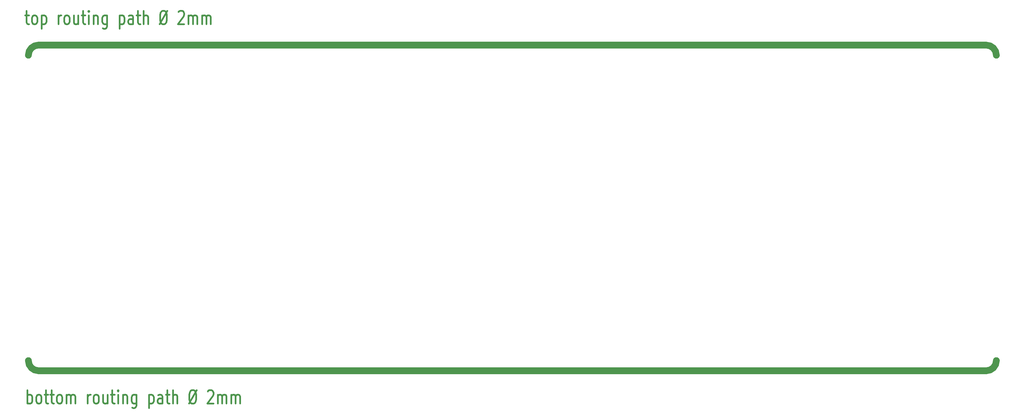
<source format=gbr>
G04 #@! TF.FileFunction,Other,Fab,Top*
%FSLAX46Y46*%
G04 Gerber Fmt 4.6, Leading zero omitted, Abs format (unit mm)*
G04 Created by KiCad (PCBNEW 4.0.2-stable) date Mon 02 May 2016 10:51:51 AM CEST*
%MOMM*%
G01*
G04 APERTURE LIST*
%ADD10C,0.150000*%
%ADD11C,0.500000*%
%ADD12C,2.000000*%
G04 APERTURE END LIST*
D10*
D11*
X-1245714Y-105369524D02*
X-1245714Y-101369524D01*
X-1245714Y-102893333D02*
X-960000Y-102702857D01*
X-388571Y-102702857D01*
X-102857Y-102893333D01*
X40000Y-103083810D01*
X182857Y-103464762D01*
X182857Y-104607619D01*
X40000Y-104988571D01*
X-102857Y-105179048D01*
X-388571Y-105369524D01*
X-960000Y-105369524D01*
X-1245714Y-105179048D01*
X1897143Y-105369524D02*
X1611429Y-105179048D01*
X1468572Y-104988571D01*
X1325715Y-104607619D01*
X1325715Y-103464762D01*
X1468572Y-103083810D01*
X1611429Y-102893333D01*
X1897143Y-102702857D01*
X2325715Y-102702857D01*
X2611429Y-102893333D01*
X2754286Y-103083810D01*
X2897143Y-103464762D01*
X2897143Y-104607619D01*
X2754286Y-104988571D01*
X2611429Y-105179048D01*
X2325715Y-105369524D01*
X1897143Y-105369524D01*
X3754286Y-102702857D02*
X4897143Y-102702857D01*
X4182858Y-101369524D02*
X4182858Y-104798095D01*
X4325715Y-105179048D01*
X4611429Y-105369524D01*
X4897143Y-105369524D01*
X5468572Y-102702857D02*
X6611429Y-102702857D01*
X5897144Y-101369524D02*
X5897144Y-104798095D01*
X6040001Y-105179048D01*
X6325715Y-105369524D01*
X6611429Y-105369524D01*
X8040001Y-105369524D02*
X7754287Y-105179048D01*
X7611430Y-104988571D01*
X7468573Y-104607619D01*
X7468573Y-103464762D01*
X7611430Y-103083810D01*
X7754287Y-102893333D01*
X8040001Y-102702857D01*
X8468573Y-102702857D01*
X8754287Y-102893333D01*
X8897144Y-103083810D01*
X9040001Y-103464762D01*
X9040001Y-104607619D01*
X8897144Y-104988571D01*
X8754287Y-105179048D01*
X8468573Y-105369524D01*
X8040001Y-105369524D01*
X10325716Y-105369524D02*
X10325716Y-102702857D01*
X10325716Y-103083810D02*
X10468573Y-102893333D01*
X10754287Y-102702857D01*
X11182859Y-102702857D01*
X11468573Y-102893333D01*
X11611430Y-103274286D01*
X11611430Y-105369524D01*
X11611430Y-103274286D02*
X11754287Y-102893333D01*
X12040001Y-102702857D01*
X12468573Y-102702857D01*
X12754287Y-102893333D01*
X12897144Y-103274286D01*
X12897144Y-105369524D01*
X16611430Y-105369524D02*
X16611430Y-102702857D01*
X16611430Y-103464762D02*
X16754287Y-103083810D01*
X16897144Y-102893333D01*
X17182858Y-102702857D01*
X17468573Y-102702857D01*
X18897144Y-105369524D02*
X18611430Y-105179048D01*
X18468573Y-104988571D01*
X18325716Y-104607619D01*
X18325716Y-103464762D01*
X18468573Y-103083810D01*
X18611430Y-102893333D01*
X18897144Y-102702857D01*
X19325716Y-102702857D01*
X19611430Y-102893333D01*
X19754287Y-103083810D01*
X19897144Y-103464762D01*
X19897144Y-104607619D01*
X19754287Y-104988571D01*
X19611430Y-105179048D01*
X19325716Y-105369524D01*
X18897144Y-105369524D01*
X22468573Y-102702857D02*
X22468573Y-105369524D01*
X21182859Y-102702857D02*
X21182859Y-104798095D01*
X21325716Y-105179048D01*
X21611430Y-105369524D01*
X22040002Y-105369524D01*
X22325716Y-105179048D01*
X22468573Y-104988571D01*
X23468573Y-102702857D02*
X24611430Y-102702857D01*
X23897145Y-101369524D02*
X23897145Y-104798095D01*
X24040002Y-105179048D01*
X24325716Y-105369524D01*
X24611430Y-105369524D01*
X25611431Y-105369524D02*
X25611431Y-102702857D01*
X25611431Y-101369524D02*
X25468574Y-101560000D01*
X25611431Y-101750476D01*
X25754288Y-101560000D01*
X25611431Y-101369524D01*
X25611431Y-101750476D01*
X27040002Y-102702857D02*
X27040002Y-105369524D01*
X27040002Y-103083810D02*
X27182859Y-102893333D01*
X27468573Y-102702857D01*
X27897145Y-102702857D01*
X28182859Y-102893333D01*
X28325716Y-103274286D01*
X28325716Y-105369524D01*
X31040002Y-102702857D02*
X31040002Y-105940952D01*
X30897145Y-106321905D01*
X30754288Y-106512381D01*
X30468573Y-106702857D01*
X30040002Y-106702857D01*
X29754288Y-106512381D01*
X31040002Y-105179048D02*
X30754288Y-105369524D01*
X30182859Y-105369524D01*
X29897145Y-105179048D01*
X29754288Y-104988571D01*
X29611431Y-104607619D01*
X29611431Y-103464762D01*
X29754288Y-103083810D01*
X29897145Y-102893333D01*
X30182859Y-102702857D01*
X30754288Y-102702857D01*
X31040002Y-102893333D01*
X34754288Y-102702857D02*
X34754288Y-106702857D01*
X34754288Y-102893333D02*
X35040002Y-102702857D01*
X35611431Y-102702857D01*
X35897145Y-102893333D01*
X36040002Y-103083810D01*
X36182859Y-103464762D01*
X36182859Y-104607619D01*
X36040002Y-104988571D01*
X35897145Y-105179048D01*
X35611431Y-105369524D01*
X35040002Y-105369524D01*
X34754288Y-105179048D01*
X38754288Y-105369524D02*
X38754288Y-103274286D01*
X38611431Y-102893333D01*
X38325717Y-102702857D01*
X37754288Y-102702857D01*
X37468574Y-102893333D01*
X38754288Y-105179048D02*
X38468574Y-105369524D01*
X37754288Y-105369524D01*
X37468574Y-105179048D01*
X37325717Y-104798095D01*
X37325717Y-104417143D01*
X37468574Y-104036190D01*
X37754288Y-103845714D01*
X38468574Y-103845714D01*
X38754288Y-103655238D01*
X39754288Y-102702857D02*
X40897145Y-102702857D01*
X40182860Y-101369524D02*
X40182860Y-104798095D01*
X40325717Y-105179048D01*
X40611431Y-105369524D01*
X40897145Y-105369524D01*
X41897146Y-105369524D02*
X41897146Y-101369524D01*
X43182860Y-105369524D02*
X43182860Y-103274286D01*
X43040003Y-102893333D01*
X42754289Y-102702857D01*
X42325717Y-102702857D01*
X42040003Y-102893333D01*
X41897146Y-103083810D01*
X48897146Y-101369524D02*
X46611431Y-105369524D01*
X47468574Y-105369524D02*
X47182860Y-105179048D01*
X46897146Y-104798095D01*
X46754289Y-104036190D01*
X46754289Y-102702857D01*
X46897146Y-101940952D01*
X47182860Y-101560000D01*
X47468574Y-101369524D01*
X48040003Y-101369524D01*
X48325717Y-101560000D01*
X48611431Y-101940952D01*
X48754289Y-102702857D01*
X48754289Y-104036190D01*
X48611431Y-104798095D01*
X48325717Y-105179048D01*
X48040003Y-105369524D01*
X47468574Y-105369524D01*
X52182860Y-101750476D02*
X52325717Y-101560000D01*
X52611431Y-101369524D01*
X53325717Y-101369524D01*
X53611431Y-101560000D01*
X53754288Y-101750476D01*
X53897145Y-102131429D01*
X53897145Y-102512381D01*
X53754288Y-103083810D01*
X52040002Y-105369524D01*
X53897145Y-105369524D01*
X55182860Y-105369524D02*
X55182860Y-102702857D01*
X55182860Y-103083810D02*
X55325717Y-102893333D01*
X55611431Y-102702857D01*
X56040003Y-102702857D01*
X56325717Y-102893333D01*
X56468574Y-103274286D01*
X56468574Y-105369524D01*
X56468574Y-103274286D02*
X56611431Y-102893333D01*
X56897145Y-102702857D01*
X57325717Y-102702857D01*
X57611431Y-102893333D01*
X57754288Y-103274286D01*
X57754288Y-105369524D01*
X59182860Y-105369524D02*
X59182860Y-102702857D01*
X59182860Y-103083810D02*
X59325717Y-102893333D01*
X59611431Y-102702857D01*
X60040003Y-102702857D01*
X60325717Y-102893333D01*
X60468574Y-103274286D01*
X60468574Y-105369524D01*
X60468574Y-103274286D02*
X60611431Y-102893333D01*
X60897145Y-102702857D01*
X61325717Y-102702857D01*
X61611431Y-102893333D01*
X61754288Y-103274286D01*
X61754288Y-105369524D01*
X-1934286Y9837143D02*
X-791429Y9837143D01*
X-1505714Y11170476D02*
X-1505714Y7741905D01*
X-1362857Y7360952D01*
X-1077143Y7170476D01*
X-791429Y7170476D01*
X637143Y7170476D02*
X351429Y7360952D01*
X208572Y7551429D01*
X65715Y7932381D01*
X65715Y9075238D01*
X208572Y9456190D01*
X351429Y9646667D01*
X637143Y9837143D01*
X1065715Y9837143D01*
X1351429Y9646667D01*
X1494286Y9456190D01*
X1637143Y9075238D01*
X1637143Y7932381D01*
X1494286Y7551429D01*
X1351429Y7360952D01*
X1065715Y7170476D01*
X637143Y7170476D01*
X2922858Y9837143D02*
X2922858Y5837143D01*
X2922858Y9646667D02*
X3208572Y9837143D01*
X3780001Y9837143D01*
X4065715Y9646667D01*
X4208572Y9456190D01*
X4351429Y9075238D01*
X4351429Y7932381D01*
X4208572Y7551429D01*
X4065715Y7360952D01*
X3780001Y7170476D01*
X3208572Y7170476D01*
X2922858Y7360952D01*
X7922858Y7170476D02*
X7922858Y9837143D01*
X7922858Y9075238D02*
X8065715Y9456190D01*
X8208572Y9646667D01*
X8494286Y9837143D01*
X8780001Y9837143D01*
X10208572Y7170476D02*
X9922858Y7360952D01*
X9780001Y7551429D01*
X9637144Y7932381D01*
X9637144Y9075238D01*
X9780001Y9456190D01*
X9922858Y9646667D01*
X10208572Y9837143D01*
X10637144Y9837143D01*
X10922858Y9646667D01*
X11065715Y9456190D01*
X11208572Y9075238D01*
X11208572Y7932381D01*
X11065715Y7551429D01*
X10922858Y7360952D01*
X10637144Y7170476D01*
X10208572Y7170476D01*
X13780001Y9837143D02*
X13780001Y7170476D01*
X12494287Y9837143D02*
X12494287Y7741905D01*
X12637144Y7360952D01*
X12922858Y7170476D01*
X13351430Y7170476D01*
X13637144Y7360952D01*
X13780001Y7551429D01*
X14780001Y9837143D02*
X15922858Y9837143D01*
X15208573Y11170476D02*
X15208573Y7741905D01*
X15351430Y7360952D01*
X15637144Y7170476D01*
X15922858Y7170476D01*
X16922859Y7170476D02*
X16922859Y9837143D01*
X16922859Y11170476D02*
X16780002Y10980000D01*
X16922859Y10789524D01*
X17065716Y10980000D01*
X16922859Y11170476D01*
X16922859Y10789524D01*
X18351430Y9837143D02*
X18351430Y7170476D01*
X18351430Y9456190D02*
X18494287Y9646667D01*
X18780001Y9837143D01*
X19208573Y9837143D01*
X19494287Y9646667D01*
X19637144Y9265714D01*
X19637144Y7170476D01*
X22351430Y9837143D02*
X22351430Y6599048D01*
X22208573Y6218095D01*
X22065716Y6027619D01*
X21780001Y5837143D01*
X21351430Y5837143D01*
X21065716Y6027619D01*
X22351430Y7360952D02*
X22065716Y7170476D01*
X21494287Y7170476D01*
X21208573Y7360952D01*
X21065716Y7551429D01*
X20922859Y7932381D01*
X20922859Y9075238D01*
X21065716Y9456190D01*
X21208573Y9646667D01*
X21494287Y9837143D01*
X22065716Y9837143D01*
X22351430Y9646667D01*
X26065716Y9837143D02*
X26065716Y5837143D01*
X26065716Y9646667D02*
X26351430Y9837143D01*
X26922859Y9837143D01*
X27208573Y9646667D01*
X27351430Y9456190D01*
X27494287Y9075238D01*
X27494287Y7932381D01*
X27351430Y7551429D01*
X27208573Y7360952D01*
X26922859Y7170476D01*
X26351430Y7170476D01*
X26065716Y7360952D01*
X30065716Y7170476D02*
X30065716Y9265714D01*
X29922859Y9646667D01*
X29637145Y9837143D01*
X29065716Y9837143D01*
X28780002Y9646667D01*
X30065716Y7360952D02*
X29780002Y7170476D01*
X29065716Y7170476D01*
X28780002Y7360952D01*
X28637145Y7741905D01*
X28637145Y8122857D01*
X28780002Y8503810D01*
X29065716Y8694286D01*
X29780002Y8694286D01*
X30065716Y8884762D01*
X31065716Y9837143D02*
X32208573Y9837143D01*
X31494288Y11170476D02*
X31494288Y7741905D01*
X31637145Y7360952D01*
X31922859Y7170476D01*
X32208573Y7170476D01*
X33208574Y7170476D02*
X33208574Y11170476D01*
X34494288Y7170476D02*
X34494288Y9265714D01*
X34351431Y9646667D01*
X34065717Y9837143D01*
X33637145Y9837143D01*
X33351431Y9646667D01*
X33208574Y9456190D01*
X40208574Y11170476D02*
X37922859Y7170476D01*
X38780002Y7170476D02*
X38494288Y7360952D01*
X38208574Y7741905D01*
X38065717Y8503810D01*
X38065717Y9837143D01*
X38208574Y10599048D01*
X38494288Y10980000D01*
X38780002Y11170476D01*
X39351431Y11170476D01*
X39637145Y10980000D01*
X39922859Y10599048D01*
X40065717Y9837143D01*
X40065717Y8503810D01*
X39922859Y7741905D01*
X39637145Y7360952D01*
X39351431Y7170476D01*
X38780002Y7170476D01*
X43494288Y10789524D02*
X43637145Y10980000D01*
X43922859Y11170476D01*
X44637145Y11170476D01*
X44922859Y10980000D01*
X45065716Y10789524D01*
X45208573Y10408571D01*
X45208573Y10027619D01*
X45065716Y9456190D01*
X43351430Y7170476D01*
X45208573Y7170476D01*
X46494288Y7170476D02*
X46494288Y9837143D01*
X46494288Y9456190D02*
X46637145Y9646667D01*
X46922859Y9837143D01*
X47351431Y9837143D01*
X47637145Y9646667D01*
X47780002Y9265714D01*
X47780002Y7170476D01*
X47780002Y9265714D02*
X47922859Y9646667D01*
X48208573Y9837143D01*
X48637145Y9837143D01*
X48922859Y9646667D01*
X49065716Y9265714D01*
X49065716Y7170476D01*
X50494288Y7170476D02*
X50494288Y9837143D01*
X50494288Y9456190D02*
X50637145Y9646667D01*
X50922859Y9837143D01*
X51351431Y9837143D01*
X51637145Y9646667D01*
X51780002Y9265714D01*
X51780002Y7170476D01*
X51780002Y9265714D02*
X51922859Y9646667D01*
X52208573Y9837143D01*
X52637145Y9837143D01*
X52922859Y9646667D01*
X53065716Y9265714D01*
X53065716Y7170476D01*
D12*
X-1000000Y-92600000D02*
G75*
G03X2000000Y-95600000I3000000J0D01*
G01*
X283000000Y-95600000D02*
X2000000Y-95600000D01*
X283000000Y-95600000D02*
G75*
G03X286000000Y-92600000I0J3000000D01*
G01*
X286000000Y-2000000D02*
G75*
G03X283000000Y1000000I-3000000J0D01*
G01*
X2000000Y1000000D02*
G75*
G03X-1000000Y-2000000I0J-3000000D01*
G01*
X283000000Y1000000D02*
X2000000Y1000000D01*
M02*

</source>
